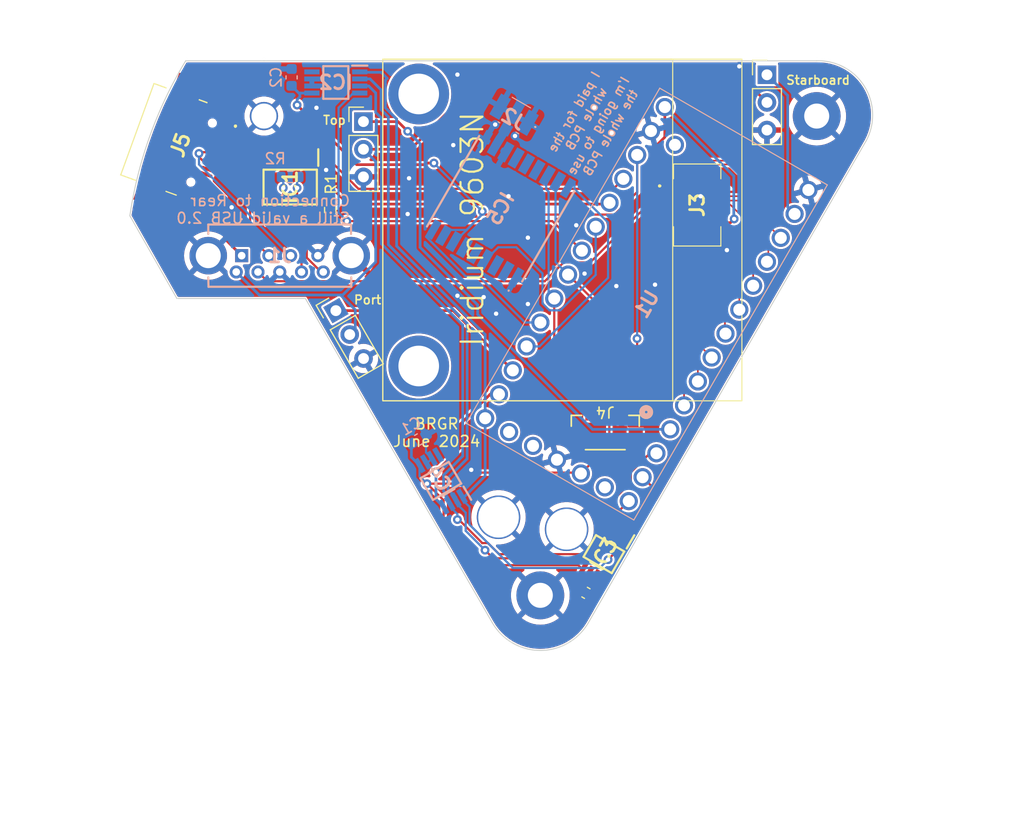
<source format=kicad_pcb>
(kicad_pcb (version 20221018) (generator pcbnew)
  (layers (0 "F.Cu" signal) (31 "B.Cu" signal) (34 "B.Paste" user) (35 "F.Paste" user) (36 "B.SilkS" user "B.Silkscreen") (37 "F.SilkS" user "F.Silkscreen") (38 "B.Mask" user) (39 "F.Mask" user) (44 "Edge.Cuts" user))
  (net 0 "")
  (net 1 "GND")
  (net 2 "+3.3V")
  (net 3 "/CTX")
  (net 4 "/CRX")
  (net 6 "/CAN-L")
  (net 7 "/CAN-H")
  (net 8 "Net-(IC1-RS)")
  (net 9 "/SCK")
  (net 10 "/MOSI")
  (net 11 "/MISO")
  (net 12 "/TopCS")
  (net 14 "/PortCS")
  (net 16 "/StarboardCS")
  (net 18 "/AV USB D+")
  (net 19 "/AV USB D-")
  (net 20 "+5V")
  (net 21 "VBUS")
  (net 22 "+BATT")
  (net 23 "/Iridium ON{slash}OFF")
  (net 24 "/Iridium TX")
  (net 25 "/Iridium RX")
  (net 26 "/DCD")
  (net 27 "/DSR")
  (net 28 "/CTS")
  (net 30 "/RTS")
  (net 31 "/DTR")
  (net 36 "/SCL0")
  (net 37 "/SDA0")
  (net 42 "/PortServo")
  (net 43 "/StarboardServo")
  (net 44 "/TopServo")
  (net 48 "/GPS Safeboot")
  (net 49 "/GPS PPS")
  (net 51 "/GPS Reset")
  (net 56 "Net-(IC5-RF_IN)")
  (footprint "MountingHole:MountingHole_2.2mm_M2_Pad_TopBottom" (layer "F.Cu") (at 127 145.644)
    (fp_text reference "H2" hide)
    (fp_text value "MountingHole_Pad" hide)
  )
  (footprint "SamacSys_Parts:SOP65P490X110-8N" (layer "F.Cu") (at 132.842 141.859 -120)
    (fp_text reference "IC3")
    (fp_text value "TMAG5170A2QDGKR" hide)
  )
  (footprint "Capacitor_SMD:C_0603_1608Metric" (layer "F.Cu") (at 131.191 145.415 150)
    (fp_text reference "C3" hide)
    (fp_text value "0.1u")
  )
  (footprint "Connector_PinHeader_2.54mm:PinHeader_1x03_P2.54mm_Vertical" (layer "F.Cu") (at 110.744 102.108)
    (fp_text reference "Top")
    (fp_text value "Conn_01x03_Pin")
  )
  (footprint "MountingHole:MountingHole_2.2mm_M2_Pad_TopBottom" (layer "F.Cu") (at 152.4 101.6)
    (fp_text reference "H3" hide)
    (fp_text value "MountingHole_Pad" hide)
  )
  (footprint "SamacSys_Parts:CONN4_BM04B-SRSS_JST" (layer "F.Cu") (at 132.969 130.683 180)
    (fp_text reference "J4")
    (fp_text value "BM04B-SRSS-TB")
  )
  (footprint "Resistor_SMD:R_0603_1608Metric" (layer "F.Cu") (at 107.696 110.236 90)
    (fp_text reference "R1")
    (fp_text value "10k")
  )
  (footprint "Iridium9603N:SS410350LDKTR" (layer "F.Cu") (at 141.414 109.558 90)
    (fp_text reference "J3")
    (fp_text value "SS4-10-3.00-L-D-K-TR" hide)
  )
  (footprint "" (layer "F.Cu") (at 123.159471 138.470334)
    (fp_text reference "")
    (fp_text value "")
  )
  (footprint "" (layer "F.Cu") (at 129.413 139.573)
    (fp_text reference "")
    (fp_text value "")
  )
  (footprint "Connector_PinHeader_2.54mm:PinHeader_1x03_P2.54mm_Vertical" (layer "F.Cu") (at 108.2115 119.479286 30)
    (fp_text reference "Port")
    (fp_text value "Conn_01x03_Pin")
  )
  (footprint "Connector_PinHeader_2.54mm:PinHeader_1x03_P2.54mm_Vertical" (layer "F.Cu") (at 147.828 97.805)
    (fp_text reference "Starboard")
    (fp_text value "Conn_01x03_Pin")
  )
  (footprint "SamacSys_Parts:SOIC127P600X175-8N" (layer "F.Cu") (at 104.013 108.122 -90)
    (fp_text reference "IC1")
    (fp_text value "SN65HVD230MDREP" hide)
  )
  (footprint "SamacSys_Parts:USB4110GFA" (layer "F.Cu") (at 93.4212 104.0638 -110)
    (fp_text reference "J5")
    (fp_text value "USB4110-GF-A" hide)
  )
  (footprint "MountingHole:MountingHole_2.2mm_M2_Pad_TopBottom" (layer "F.Cu") (at 101.6 101.6)
    (fp_text reference "H1" hide)
    (fp_text value "MountingHole_Pad" hide)
  )
  (footprint "Capacitor_SMD:C_0603_1608Metric" (layer "B.Cu") (at 104.14 98.044 -90)
    (fp_text reference "C2")
    (fp_text value "0.1u")
  )
  (footprint "SamacSys_Parts:SOP65P490X110-8N" (layer "B.Cu") (at 117.856 135.128 120)
    (fp_text reference "IC4")
    (fp_text value "TMAG5170A2QDGKR" hide)
  )
  (footprint "SamacSys_Parts:TEENSY40" (layer "B.Cu") (at 151.638 108.39125 -120)
    (fp_text reference "U1")
    (fp_text value "Teensy4.0" hide)
  )
  (footprint "Resistor_SMD:R_0603_1608Metric" (layer "B.Cu") (at 104.013 107.188 180)
    (fp_text reference "R2")
    (fp_text value "120")
  )
  (footprint "SamacSys_Parts:SOP65P490X110-8N" (layer "B.Cu") (at 108.204 98.511 180)
    (fp_text reference "IC2")
    (fp_text value "TMAG5170A2QDGKR" hide)
  )
  (footprint "SamacSys_Parts:MAXM10S00B" (layer "B.Cu") (at 123.355256 110.115621 -120)
    (fp_text reference "IC5")
    (fp_text value "MAX-M10S-00B" hide)
  )
  (footprint "SamacSys_Parts:SS52000004" (layer "B.Cu") (at 99.553 114.427)
    (fp_text reference "J1")
    (fp_text value "SS-52000-004" hide)
  )
  (footprint "SamacSys_Parts:UFLRSMT10" (layer "B.Cu") (at 124.587 101.473 150)
    (fp_text reference "J2")
    (fp_text value "U.FL-R-SMT_10_" hide)
  )
  (footprint "Capacitor_SMD:C_0603_1608Metric" (layer "B.Cu") (at 115.824 131.318 -150)
    (fp_text reference "C1")
    (fp_text value "0.1u")
  )
  (gr_arc (start 89.280306 110.762566) (mid 91.132011 103.384019) (end 94.411801 96.52) (stroke (width 0.1)) (layer "Edge.Cuts"))
  (gr_line (start 101.6 96.52) (end 152.4 96.52) (stroke (width 0.1)) (layer "Edge.Cuts"))
  (gr_line (start 122.567105 148.124698) (end 105.41 118.364) (stroke (width 0.1)) (layer "Edge.Cuts"))
  (gr_arc (start 131.393887 148.19314) (mid 126.960739 150.706992) (end 122.567105 148.124698) (stroke (width 0.1)) (layer "Edge.Cuts"))
  (gr_arc (start 152.4 96.52) (mid 156.794139 98.884272) (end 156.94369 103.871845) (stroke (width 0.1)) (layer "Edge.Cuts"))
  (gr_line (start 131.393888 148.19314) (end 156.94369 103.871845) (stroke (width 0.1)) (layer "Edge.Cuts"))
  (gr_line (start 101.6 96.52) (end 94.411801 96.52) (stroke (width 0.1)) (layer "Edge.Cuts"))
  (gr_line (start 89.280306 110.762566) (end 93.599 118.364) (stroke (width 0.1)) (layer "Edge.Cuts"))
  (gr_line (start 93.599 118.364) (end 105.41 118.364) (stroke (width 0.1)) (layer "Edge.Cuts"))
  (gr_text "I paid for the\nwhole PCB\nI'm going to use\nthe whole PCB\n" (at 133.858 103.378 60) (layer "B.SilkS") (effects (font (size 0.8 0.8)) (justify bottom mirror)))
  (gr_text "Connection to Rear\nStill a valid USB 2.0" (at 109.603 111.567) (layer "B.SilkS") (effects (font (size 1 1)) (justify left bottom mirror)))
  (gr_text "BRGR\nJune 2024" (at 117.475 132.08) (layer "F.SilkS") (effects (font (size 1 1)) (justify bottom)))
  (segment (start 138.399 110.962) (end 137.975 110.538) (width 0.2) (layer "F.Cu") (net 1))
  (segment (start 131.698458 143.601756) (end 132.023458 143.926756) (width 0.2) (layer "F.Cu") (net 1))
  (segment (start 142.517 108.562) (end 142.494 108.585) (width 0.2) (layer "F.Cu") (net 1))
  (segment (start 131.816519 144.838672) (end 131.826 144.848153) (width 0.15) (layer "F.Cu") (net 1))
  (segment (start 140.028 110.162) (end 140.081 110.109) (width 0.2) (layer "F.Cu") (net 1))
  (segment (start 139.759 110.962) (end 140.208 111.411) (width 0.2) (layer "F.Cu") (net 1))
  (segment (start 131.460542 143.601756) (end 131.698458 143.601756) (width 0.2) (layer "F.Cu") (net 1))
  (segment (start 139.079 110.962) (end 139.759 110.962) (width 0.2) (layer "F.Cu") (net 1))
  (segment (start 139.079 110.162) (end 140.028 110.162) (width 0.2) (layer "F.Cu") (net 1))
  (segment (start 137.975 110.162) (end 139.079 110.162) (width 0.2) (layer "F.Cu") (net 1))
  (segment (start 140.081 107.84) (end 140.081 107.569) (width 0.2) (layer "F.Cu") (net 1))
  (segment (start 143.749 108.562) (end 142.517 108.562) (width 0.2) (layer "F.Cu") (net 1))
  (segment (start 139.079 108.162) (end 139.759 108.162) (width 0.2) (layer "F.Cu") (net 1))
  (segment (start 143.749 108.562) (end 145.057 108.562) (width 0.2) (layer "F.Cu") (net 1))
  (segment (start 131.816519 144.133695) (end 131.816519 144.838672) (width 0.15) (layer "F.Cu") (net 1))
  (segment (start 139.079 110.962) (end 138.399 110.962) (width 0.2) (layer "F.Cu") (net 1))
  (segment (start 142.748 111.283) (end 142.748 111.76) (width 0.2) (layer "F.Cu") (net 1))
  (segment (start 137.975 110.538) (end 137.975 110.162) (width 0.2) (layer "F.Cu") (net 1))
  (segment (start 139.759 108.162) (end 140.081 107.84) (width 0.2) (layer "F.Cu") (net 1))
  (segment (start 140.208 111.411) (end 140.208 111.506) (width 0.2) (layer "F.Cu") (net 1))
  (segment (start 131.826 144.848153) (end 131.826 145.76633) (width 0.15) (layer "F.Cu") (net 1))
  (segment (start 143.069 110.962) (end 142.748 111.283) (width 0.2) (layer "F.Cu") (net 1))
  (segment (start 139.079 108.162) (end 138.007 108.162) (width 0.2) (layer "F.Cu") (net 1))
  (segment (start 143.749 110.962) (end 143.069 110.962) (width 0.2) (layer "F.Cu") (net 1))
  (segment (start 145.057 108.562) (end 145.161 108.458) (width 0.2) (layer "F.Cu") (net 1))
  (via (at 131.064 116.078) (size 0.8) (drill 0.4) (layers "F.Cu" "B.Cu") (net 1))
  (via (at 114.808 110.602) (size 0.8) (drill 0.4) (layers "F.Cu" "B.Cu") (net 1))
  (via (at 118.999 104.267) (size 0.8) (drill 0.4) (layers "F.Cu" "B.Cu") (net 1))
  (via (at 144.145 113.919) (size 0.8) (drill 0.4) (layers "F.Cu" "B.Cu") (net 1))
  (via (at 130.302 111.633) (size 0.8) (drill 0.4) (layers "F.Cu" "B.Cu") (net 1))
  (via (at 145.288 97.028) (size 0.8) (drill 0.4) (layers "F.Cu" "B.Cu") (net 1))
  (via (at 131.953 100.8126) (size 0.8) (drill 0.4) (layers "F.Cu" "B.Cu") (net 1))
  (via (at 124.079 108.966) (size 0.8) (drill 0.4) (layers "F.Cu" "B.Cu") (net 1))
  (via (at 120.65 134.112) (size 0.8) (drill 0.4) (layers "F.Cu" "B.Cu") (net 1))
  (via (at 106.426 100.838) (size 0.8) (drill 0.4) (layers "F.Cu" "B.Cu") (net 1))
  (via (at 122.852673 102.376941) (size 0.8) (drill 0.4) (layers "F.Cu" "B.Cu") (net 1))
  (via (at 133.985 117.221) (size 0.8) (drill 0.4) (layers "F.Cu" "B.Cu") (net 1))
  (via (at 114.935 107.315) (size 0.8) (drill 0.4) (layers "F.Cu" "B.Cu") (net 1))
  (via (at 121.793 118.237) (size 0.8) (drill 0.4) (layers "F.Cu" "B.Cu") (net 1))
  (via (at 137.541 117.094) (size 0.8) (drill 0.4) (layers "F.Cu" "B.Cu") (net 1))
  (via (at 119.38 118.11) (size 0.8) (drill 0.4) (layers "F.Cu" "B.Cu") (net 1))
  (via (at 124.671327 103.426943) (size 0.8) (drill 0.4) (layers "F.Cu" "B.Cu") (net 1))
  (via (at 133.5532 103.1494) (size 0.8) (drill 0.4) (layers "F.Cu" "B.Cu") (net 1))
  (via (at 125.857 112.776) (size 0.8) (drill 0.4) (layers "F.Cu" "B.Cu") (net 1))
  (via (at 98.632 109.982) (size 0.8) (drill 0.4) (layers "F.Cu" "B.Cu") (net 1))
  (via (at 122.936 119.761) (size 0.8) (drill 0.4) (layers "F.Cu" "B.Cu") (net 1))
  (via (at 141.732 108.966) (size 0.8) (drill 0.4) (layers "F.Cu" "B.Cu") (net 1))
  (via (at 119.38 97.79) (size 0.8) (drill 0.4) (layers "F.Cu" "B.Cu") (net 1))
  (via (at 125.857 118.872) (size 0.8) (drill 0.4) (layers "F.Cu" "B.Cu") (net 1))
  (via (at 107.315 106.553) (size 0.8) (drill 0.4) (layers "F.Cu" "B.Cu") (net 1))
  (segment (start 116.474542 133.385244) (end 116.712458 133.385244) (width 0.2) (layer "B.Cu") (net 1))
  (segment (start 116.49517 132.517956) (end 116.49517 130.9305) (width 0.2) (layer "B.Cu") (net 1))
  (segment (start 117.037458 133.060244) (end 116.49517 132.517956) (width 0.2) (layer "B.Cu") (net 1))
  (segment (start 116.712458 133.385244) (end 117.037458 133.060244) (width 0.2) (layer "B.Cu") (net 1))
  (segment (start 135.899773 108.575227) (end 135.899773 105.170659) (width 0.2) (layer "F.Cu") (net 2))
  (segment (start 130.51983 143.654551) (end 130.897625 143.276756) (width 0.2) (layer "F.Cu") (net 2))
  (segment (start 135.899773 125.765126) (end 135.899773 122.056773) (width 0.2) (layer "F.Cu") (net 2))
  (segment (start 102.616 103.251) (end 107.315 103.251) (width 0.25) (layer "F.Cu") (net 2))
  (segment (start 122.301 142.875) (end 130.495869 142.875) (width 0.2) (layer "F.Cu") (net 2))
  (segment (start 117.221 105.918) (end 116.626 105.918) (width 0.25) (layer "F.Cu") (net 2))
  (segment (start 130.728591 135.119302) (end 130.728591 134.447409) (width 0.2) (layer "F.Cu") (net 2))
  (segment (start 118.11 136.906) (end 118.11 138.684) (width 0.2) (layer "F.Cu") (net 2))
  (segment (start 110.127 106.063) (end 107.315 103.251) (width 0.25) (layer "F.Cu") (net 2))
  (segment (start 103.378 105.8475) (end 102.778 106.4475) (width 0.25) (layer "F.Cu") (net 2))
  (segment (start 116.626 105.918) (end 116.481 106.063) (width 0.25) (layer "F.Cu") (net 2))
  (segment (start 133.822432 110.652568) (end 135.899773 108.575227) (width 0.2) (layer "F.Cu") (net 2))
  (segment (start 133.341999 131.834001) (end 133.341999 129.181799) (width 0.2) (layer "F.Cu") (net 2))
  (segment (start 130.728591 134.447409) (end 133.341999 131.834001) (width 0.2) (layer "F.Cu") (net 2))
  (segment (start 121.955568 110.652568) (end 133.822432 110.652568) (width 0.2) (layer "F.Cu") (net 2))
  (segment (start 130.51983 145.0275) (end 130.51983 143.654551) (width 0.2) (layer "F.Cu") (net 2))
  (segment (start 121.315239 134.366) (end 120.299239 135.382) (width 0.2) (layer "F.Cu") (net 2))
  (segment (start 116.586 135.382) (end 116.713 135.382) (width 0.2) (layer "F.Cu") (net 2))
  (segment (start 133.468999 128.1959) (end 133.468999 128.800799) (width 0.2) (layer "F.Cu") (net 2))
  (segment (start 130.647182 134.366) (end 121.315239 134.366) (width 0.2) (layer "F.Cu") (net 2))
  (segment (start 120.299239 135.382) (end 116.586 135.382) (width 0.2) (layer "F.Cu") (net 2))
  (segment (start 116.481 106.063) (end 110.127 106.063) (width 0.25) (layer "F.Cu") (net 2))
  (segment (start 102.778 106.4475) (end 101.508 106.4475) (width 0.25) (layer "F.Cu") (net 2))
  (segment (start 103.378 105.41) (end 103.378 105.8475) (width 0.25) (layer "F.Cu") (net 2))
  (segment (start 101.508 104.359) (end 102.616 103.251) (width 0.25) (layer "F.Cu") (net 2))
  (segment (start 101.508 106.4475) (end 101.508 104.359) (width 0.25) (layer "F.Cu") (net 2))
  (segment (start 135.899773 125.765126) (end 133.468999 128.1959) (width 0.2) (layer "F.Cu") (net 2))
  (segment (start 118.11 138.684) (end 122.301 142.875) (width 0.2) (layer "F.Cu") (net 2))
  (segment (start 130.495869 142.875) (end 130.897625 143.276756) (width 0.2) (layer "F.Cu") (net 2))
  (segment (start 116.586 135.382) (end 118.11 136.906) (width 0.2) (layer "F.Cu") (net 2))
  (segment (start 130.728591 134.447409) (end 130.647182 134.366) (width 0.2) (layer "F.Cu") (net 2))
  (segment (start 121.666 110.363) (end 121.955568 110.652568) (width 0.2) (layer "F.Cu") (net 2))
  (segment (start 107.315 103.251) (end 104.648 100.584) (width 0.25) (layer "F.Cu") (net 2))
  (segment (start 135.899773 122.056773) (end 135.89 122.047) (width 0.2) (layer "F.Cu") (net 2))
  (via (at 104.648 100.584) (size 0.8) (drill 0.4) (layers "F.Cu" "B.Cu") (net 2))
  (via (at 116.586 135.382) (size 0.8) (drill 0.4) (layers "F.Cu" "B.Cu") (net 2))
  (via (at 117.221 105.918) (size 0.8) (drill 0.4) (layers "F.Cu" "B.Cu") (net 2))
  (via (at 135.89 122.047) (size 0.8) (drill 0.4) (layers "F.Cu" "B.Cu") (net 2))
  (via (at 121.666 110.363) (size 0.8) (drill 0.4) (layers "F.Cu" "B.Cu") (net 2))
  (segment (start 104.902 99.527) (end 104.848 99.527) (width 0.25) (layer "B.Cu") (net 2))
  (segment (start 119.671744 112.614621) (end 121.477183 110.809183) (width 0.2) (layer "B.Cu") (net 2))
  (segment (start 121.666 110.620366) (end 121.666 110.363) (width 0.2) (layer "B.Cu") (net 2))
  (segment (start 118.719116 112.064621) (end 120.221745 112.064621) (width 0.2) (layer "B.Cu") (net 2))
  (segment (start 121.666 110.363) (end 117.221 105.918) (width 0.2) (layer "B.Cu") (net 2))
  (segment (start 104.648 100.584) (end 104.648 100.076) (width 0.25) (layer "B.Cu") (net 2))
  (segment (start 115.897019 134.693019) (end 115.897019 133.724849) (width 0.2) (layer "B.Cu") (net 2))
  (segment (start 135.263236 105.170659) (end 135.899773 105.170659) (width 0.25) (layer "B.Cu") (net 2))
  (segment (start 120.221745 112.064621) (end 121.477183 110.809183) (width 0.2) (layer "B.Cu") (net 2))
  (segment (start 104.648 100.076) (end 104.902 99.822) (width 0.25) (layer "B.Cu") (net 2))
  (segment (start 104.943 99.486) (end 106.004 99.486) (width 0.25) (layer "B.Cu") (net 2))
  (segment (start 135.89 122.047) (end 135.899773 122.037227) (width 0.2) (layer "B.Cu") (net 2))
  (segment (start 104.848 99.527) (end 104.14 98.819) (width 0.25) (layer "B.Cu") (net 2))
  (segment (start 115.15283 131.7055) (end 115.15283 132.951449) (width 0.25) (layer "B.Cu") (net 2))
  (segment (start 121.477183 110.809183) (end 121.666 110.620366) (width 0.2) (layer "B.Cu") (net 2))
  (segment (start 115.15283 132.951449) (end 115.911625 133.710244) (width 0.25) (layer "B.Cu") (net 2))
  (segment (start 135.899773 122.037227) (end 135.899773 105.170659) (width 0.2) (layer "B.Cu") (net 2))
  (segment (start 116.586 135.382) (end 115.897019 134.693019) (width 0.2) (layer "B.Cu") (net 2))
  (segment (start 104.902 99.527) (end 104.943 99.486) (width 0.25) (layer "B.Cu") (net 2))
  (segment (start 104.902 99.822) (end 104.902 99.527) (width 0.25) (layer "B.Cu") (net 2))
  (segment (start 105.918 106.314) (end 105.918 105.41) (width 0.2) (layer "F.Cu") (net 3))
  (segment (start 109.292 109.688) (end 133.241841 109.688) (width 0.25) (layer "F.Cu") (net 3))
  (segment (start 109.174068 109.570068) (end 105.918 106.314) (width 0.2) (layer "F.Cu") (net 3))
  (segment (start 109.174068 109.570068) (end 109.292 109.688) (width 0.25) (layer "F.Cu") (net 3))
  (segment (start 133.241841 109.688) (end 133.359773 109.570068) (width 0.25) (layer "F.Cu") (net 3))
  (segment (start 102.87 103.886) (end 102.108 104.648) (width 0.2) (layer "F.Cu") (net 4))
  (segment (start 110.288365 108.288) (end 107.95 105.949635) (width 0.2) (layer "F.Cu") (net 4))
  (segment (start 102.108 104.648) (end 102.108 105.41) (width 0.2) (layer "F.Cu") (net 4))
  (segment (start 106.934 103.886) (end 102.87 103.886) (width 0.2) (layer "F.Cu") (net 4))
  (segment (start 107.95 105.949635) (end 107.95 104.902) (width 0.2) (layer "F.Cu") (net 4))
  (segment (start 133.712137 108.288) (end 110.288365 108.288) (width 0.2) (layer "F.Cu") (net 4))
  (segment (start 107.95 104.902) (end 106.934 103.886) (width 0.2) (layer "F.Cu") (net 4))
  (segment (start 134.629773 107.370364) (end 133.712137 108.288) (width 0.2) (layer "F.Cu") (net 4))
  (segment (start 105.053 115.927) (end 105.053 114.07) (width 0.2) (layer "F.Cu") (net 6))
  (segment (start 105.053 114.07) (end 103.378 112.395) (width 0.2) (layer "F.Cu") (net 6))
  (segment (start 103.378 112.395) (end 103.378 110.834) (width 0.2) (layer "F.Cu") (net 6))
  (segment (start 103.378 110.834) (end 103.378 108.204) (width 0.2) (layer "F.Cu") (net 6))
  (via (at 103.378 108.204) (size 0.8) (drill 0.4) (layers "F.Cu" "B.Cu") (net 6))
  (segment (start 103.378 107.378) (end 103.188 107.188) (width 0.2) (layer "B.Cu") (net 6))
  (segment (start 103.378 108.204) (end 103.378 107.378) (width 0.2) (layer "B.Cu") (net 6))
  (segment (start 103.569 108.395) (end 103.378 108.204) (width 0.2) (layer "B.Cu") (net 6))
  (segment (start 104.648 111.506) (end 104.648 110.834) (width 0.2) (layer "F.Cu") (net 7))
  (segment (start 105.537 112.395) (end 104.648 111.506) (width 0.2) (layer "F.Cu") (net 7))
  (segment (start 107.053 115.927) (end 106.850918 115.927) (width 0.2) (layer "F.Cu") (net 7))
  (segment (start 105.537 114.613082) (end 105.537 112.395) (width 0.2) (layer "F.Cu") (net 7))
  (segment (start 104.648 110.834) (end 104.648 108.204) (width 0.2) (layer "F.Cu") (net 7))
  (segment (start 106.850918 115.927) (end 105.537 114.613082) (width 0.2) (layer "F.Cu") (net 7))
  (via (at 104.648 108.204) (size 0.8) (drill 0.4) (layers "F.Cu" "B.Cu") (net 7))
  (segment (start 104.648 107.378) (end 104.838 107.188) (width 0.2) (layer "B.Cu") (net 7))
  (segment (start 104.648 108.204) (end 104.648 107.378) (width 0.2) (layer "B.Cu") (net 7))
  (segment (start 107.469 110.834) (end 107.696 111.061) (width 0.2) (layer "F.Cu") (net 8))
  (segment (start 107.696 111.061) (end 107.424 111.061) (width 0.25) (layer "F.Cu") (net 8))
  (segment (start 105.918 110.834) (end 107.469 110.834) (width 0.2) (layer "F.Cu") (net 8))
  (segment (start 134.786375 140.803625) (end 134.786375 140.441244) (width 0.2) (layer "F.Cu") (net 9))
  (segment (start 133.223 142.367) (end 134.786375 140.803625) (width 0.2) (layer "F.Cu") (net 9))
  (via (at 133.223 142.367) (size 0.8) (drill 0.4) (layers "F.Cu" "B.Cu") (net 9))
  (segment (start 120.492 137.51) (end 119.81498 136.83298) (width 0.2) (layer "B.Cu") (net 9))
  (segment (start 121.929773 121.675773) (end 113.792 113.538) (width 0.25) (layer "B.Cu") (net 9))
  (segment (start 133.223 142.367) (end 132.461 143.129) (width 0.2) (layer "B.Cu") (net 9))
  (segment (start 112.925217 98.132217) (end 112.37 97.577) (width 0.25) (layer "B.Cu") (net 9))
  (segment (start 120.492 139.145761) (end 120.492 137.51) (width 0.2) (layer "B.Cu") (net 9))
  (segment (start 124.475239 143.129) (end 120.492 139.145761) (width 0.2) (layer "B.Cu") (net 9))
  (segment (start 121.929773 134.670358) (end 120.054375 136.545756) (width 0.25) (layer "B.Cu") (net 9))
  (segment (start 112.37 97.577) (end 110.483604 97.577) (width 0.25) (layer "B.Cu") (net 9))
  (segment (start 113.792 113.538) (end 113.792 101.870565) (width 0.25) (layer "B.Cu") (net 9))
  (segment (start 121.929773 129.367409) (end 121.929773 121.675773) (width 0.25) (layer "B.Cu") (net 9))
  (segment (start 121.929773 129.367409) (end 121.929773 134.670358) (width 0.25) (layer "B.Cu") (net 9))
  (segment (start 112.759 100.837565) (end 112.759 98.298435) (width 0.25) (layer "B.Cu") (net 9))
  (segment (start 113.792 101.870565) (end 112.759 100.837565) (width 0.25) (layer "B.Cu") (net 9))
  (segment (start 132.461 143.129) (end 124.475239 143.129) (width 0.2) (layer "B.Cu") (net 9))
  (segment (start 112.759 98.298435) (end 112.925217 98.132217) (width 0.25) (layer "B.Cu") (net 9))
  (segment (start 119.81498 136.83298) (end 119.81498 136.53115) (width 0.2) (layer "B.Cu") (net 9))
  (segment (start 132.207 142.24) (end 134.223458 140.223542) (width 0.2) (layer "F.Cu") (net 10))
  (segment (start 137.16 135.549704) (end 137.16 136.906) (width 0.2) (layer "F.Cu") (net 10))
  (segment (start 134.208852 139.857148) (end 134.208852 140.101639) (width 0.2) (layer "F.Cu") (net 10))
  (segment (start 122.667 142.24) (end 132.207 142.24) (width 0.2) (layer "F.Cu") (net 10))
  (segment (start 137.16 136.906) (end 134.208852 139.857148) (width 0.2) (layer "F.Cu") (net 10))
  (segment (start 121.92 141.493) (end 122.667 142.24) (width 0.2) (layer "F.Cu") (net 10))
  (segment (start 136.398 134.787704) (end 137.16 135.549704) (width 0.2) (layer "F.Cu") (net 10))
  (segment (start 134.223458 140.223542) (end 134.223458 140.116244) (width 0.2) (layer "F.Cu") (net 10))
  (via (at 121.92 141.493) (size 0.8) (drill 0.4) (layers "F.Cu" "B.Cu") (net 10))
  (segment (start 112.359 101.00325) (end 112.359 99.191) (width 0.25) (layer "B.Cu") (net 10))
  (segment (start 118.51 135.909) (end 118.51 134.855) (width 0.25) (layer "B.Cu") (net 10))
  (segment (start 120.269 133.096) (end 120.269 120.65) (width 0.25) (layer "B.Cu") (net 10))
  (segment (start 120.269 120.65) (end 113.03 113.411) (width 0.25) (layer "B.Cu") (net 10))
  (segment (start 120.142 139.715) (end 120.142 138.049) (width 0.2) (layer "B.Cu") (net 10))
  (segment (start 112.359 99.191) (end 111.354 98.186) (width 0.25) (layer "B.Cu") (net 10))
  (segment (start 119.237458 136.636458) (end 118.51 135.909) (width 0.25) (layer "B.Cu") (net 10))
  (segment (start 119.237458 136.870756) (end 119.237458 136.636458) (width 0.25) (layer "B.Cu") (net 10))
  (segment (start 119.237458 137.017458) (end 119.237458 136.870756) (width 0.25) (layer "B.Cu") (net 10))
  (segment (start 121.92 141.493) (end 120.142 139.715) (width 0.2) (layer "B.Cu") (net 10))
  (segment (start 120.142 138.049) (end 119.222852 137.129852) (width 0.2) (layer "B.Cu") (net 10))
  (segment (start 118.51 134.855) (end 120.269 133.096) (width 0.25) (layer "B.Cu") (net 10))
  (segment (start 111.354 98.186) (end 110.404 98.186) (width 0.25) (layer "B.Cu") (net 10))
  (segment (start 113.03 101.674251) (end 112.359 101.00325) (width 0.25) (layer "B.Cu") (net 10))
  (segment (start 119.222852 137.129852) (end 119.222852 136.885361) (width 0.2) (layer "B.Cu") (net 10))
  (segment (start 113.03 113.411) (end 113.03 101.674251) (width 0.25) (layer "B.Cu") (net 10))
  (segment (start 134.112 139.339786) (end 133.660542 139.791244) (width 0.2) (layer "F.Cu") (net 11))
  (segment (start 119.507 138.684) (end 121.650761 140.827761) (width 0.2) (layer "F.Cu") (net 11))
  (segment (start 133.660542 139.897458) (end 133.660542 139.791244) (width 0.2) (layer "F.Cu") (net 11))
  (segment (start 122.189239 140.843) (end 123.205239 141.859) (width 0.2) (layer "F.Cu") (net 11))
  (segment (start 134.112 138.003409) (end 134.112 139.339786) (width 0.2) (layer "F.Cu") (net 11))
  (segment (start 121.650761 140.843) (end 122.189239 140.843) (width 0.2) (layer "F.Cu") (net 11))
  (segment (start 135.128 136.987409) (end 134.112 138.003409) (width 0.2) (layer "F.Cu") (net 11))
  (segment (start 119.38 138.684) (end 119.507 138.684) (width 0.2) (layer "F.Cu") (net 11))
  (segment (start 123.205239 141.859) (end 131.699 141.859) (width 0.2) (layer "F.Cu") (net 11))
  (segment (start 131.699 141.859) (end 133.660542 139.897458) (width 0.2) (layer "F.Cu") (net 11))
  (segment (start 121.650761 140.827761) (end 121.650761 140.843) (width 0.2) (layer "F.Cu") (net 11))
  (via (at 119.38 138.684) (size 0.8) (drill 0.4) (layers "F.Cu" "B.Cu") (net 11))
  (segment (start 118.11 136.074686) (end 118.11 134.601) (width 0.25) (layer "B.Cu") (net 11))
  (segment (start 119.38 138.176) (end 118.906481 137.702481) (width 0.2) (layer "B.Cu") (net 11))
  (segment (start 118.11 134.601) (end 119.869 132.842) (width 0.25) (layer "B.Cu") (net 11))
  (segment (start 119.38 138.684) (end 119.38 138.176) (width 0.2) (layer "B.Cu") (net 11))
  (segment (start 112.395 113.341686) (end 112.395 101.777) (width 0.25) (layer "B.Cu") (net 11))
  (segment (start 119.869 132.842) (end 119.869 120.815686) (width 0.25) (layer "B.Cu") (net 11))
  (segment (start 118.872 137.668) (end 118.872 137.457782) (width 0.25) (layer "B.Cu") (net 11))
  (segment (start 111.869 101.251) (end 111.869 99.476) (width 0.25) (layer "B.Cu") (net 11))
  (segment (start 111.229 98.836) (end 110.404 98.836) (width 0.25) (layer "B.Cu") (net 11))
  (segment (start 111.869 99.476) (end 111.229 98.836) (width 0.25) (layer "B.Cu") (net 11))
  (segment (start 118.674542 137.195756) (end 118.364 136.885214) (width 0.25) (layer "B.Cu") (net 11))
  (segment (start 118.872 137.457782) (end 118.642258 137.22804) (width 0.25) (layer "B.Cu") (net 11))
  (segment (start 118.364 136.885214) (end 118.364 136.328686) (width 0.25) (layer "B.Cu") (net 11))
  (segment (start 118.906481 137.702481) (end 118.906481 137.398484) (width 0.2) (layer "B.Cu") (net 11))
  (segment (start 119.869 120.815686) (end 112.395 113.341686) (width 0.25) (layer "B.Cu") (net 11))
  (segment (start 112.395 101.777) (end 111.869 101.251) (width 0.25) (layer "B.Cu") (net 11))
  (segment (start 118.364 136.328686) (end 118.11 136.074686) (width 0.25) (layer "B.Cu") (net 11))
  (segment (start 128.102296 111.252) (end 109.22 111.252) (width 0.2) (layer "F.Cu") (net 12))
  (segment (start 130.819773 113.969477) (end 128.102296 111.252) (width 0.2) (layer "F.Cu") (net 12))
  (via (at 109.22 111.252) (size 0.8) (drill 0.4) (layers "F.Cu" "B.Cu") (net 12))
  (segment (start 109.22 111.252) (end 108.458 110.49) (width 0.2) (layer "B.Cu") (net 12))
  (segment (start 130.819773 113.969477) (end 130.479477 113.969477) (width 0.25) (layer "B.Cu") (net 12))
  (segment (start 108.458 110.49) (end 108.458 100.838) (width 0.2) (layer "B.Cu") (net 12))
  (segment (start 108.458 100.838) (end 109.81 99.486) (width 0.2) (layer "B.Cu") (net 12))
  (segment (start 109.81 99.486) (end 110.404 99.486) (width 0.2) (layer "B.Cu") (net 12))
  (segment (start 135.3155 135.236091) (end 135.3155 134.339317) (width 0.2) (layer "F.Cu") (net 14))
  (segment (start 133.097625 137.486897) (end 135.331966 135.252556) (width 0.2) (layer "F.Cu") (net 14))
  (segment (start 133.097625 139.466244) (end 133.097625 137.486897) (width 0.2) (layer "F.Cu") (net 14))
  (segment (start 135.331966 135.252556) (end 135.3155 135.236091) (width 0.2) (layer "F.Cu") (net 14))
  (segment (start 137.066817 132.588) (end 137.668 132.588) (width 0.2) (layer "F.Cu") (net 14))
  (segment (start 135.3155 134.339317) (end 137.066817 132.588) (width 0.2) (layer "F.Cu") (net 14))
  (segment (start 119.634 129.921) (end 122.387296 127.167704) (width 0.25) (layer "F.Cu") (net 16))
  (segment (start 117.4115 134.3025) (end 119.634 132.08) (width 0.25) (layer "F.Cu") (net 16))
  (segment (start 119.634 132.08) (end 119.634 129.921) (width 0.25) (layer "F.Cu") (net 16))
  (segment (start 122.387296 127.167704) (end 123.199773 127.167704) (width 0.25) (layer "F.Cu") (net 16))
  (via (at 117.4115 134.3025) (size 0.8) (drill 0.4) (layers "F.Cu" "B.Cu") (net 16))
  (segment (start 117.4115 134.3025) (end 117.4115 136.820631) (width 0.25) (layer "B.Cu") (net 16))
  (segment (start 117.4115 136.820631) (end 118.111625 137.520756) (width 0.25) (layer "B.Cu") (net 16))
  (segment (start 96.962894 105.068706) (end 96.9772 105.0544) (width 0.2) (layer "F.Cu") (net 18))
  (segment (start 95.740942 104.919058) (end 96.4758 104.919058) (width 0.2) (layer "F.Cu") (net 18))
  (segment (start 95.631 105.029) (end 95.740942 104.919058) (width 0.2) (layer "F.Cu") (net 18))
  (segment (start 95.631 105.355972) (end 96.133779 105.858751) (width 0.2) (layer "F.Cu") (net 18))
  (segment (start 95.631 105.029) (end 95.631 105.355972) (width 0.2) (layer "F.Cu") (net 18))
  (segment (start 96.962894 105.086827) (end 96.962894 105.068706) (width 0.2) (layer "F.Cu") (net 18))
  (via (at 95.631 105.029) (size 0.8) (drill 0.4) (layers "F.Cu" "B.Cu") (net 18))
  (segment (start 104.013 114.427) (end 95.631 106.045) (width 0.2) (layer "B.Cu") (net 18))
  (segment (start 95.631 106.045) (end 95.631 105.029) (width 0.2) (layer "B.Cu") (net 18))
  (segment (start 98.50025 105.664) (end 98.044 104.9528) (width 0.2) (layer "F.Cu") (net 19))
  (segment (start 97.109819 104.616981) (end 97.133905 104.616981) (width 0.2) (layer "F.Cu") (net 19))
  (segment (start 98.50025 105.664) (end 97.536 105.8164) (width 0.2) (layer "F.Cu") (net 19))
  (segment (start 102.053 114.427) (end 100.33 112.704) (width 0.2) (layer "F.Cu") (net 19))
  (segment (start 97.251673 104.734749) (end 97.133905 104.616981) (width 0.2) (layer "F.Cu") (net 19))
  (segment (start 97.536 105.8164) (end 96.791884 105.556673) (width 0.2) (layer "F.Cu") (net 19))
  (segment (start 97.109819 104.616981) (end 97.0788 104.648) (width 0.2) (layer "F.Cu") (net 19))
  (segment (start 100.33 107.49375) (end 98.50025 105.664) (width 0.2) (layer "F.Cu") (net 19))
  (segment (start 100.33 112.704) (end 100.33 107.49375) (width 0.2) (layer "F.Cu") (net 19))
  (segment (start 98.044 104.9528) (end 97.133905 104.616981) (width 0.2) (layer "F.Cu") (net 19))
  (segment (start 144.813702 111.051298) (end 144.463 111.402) (width 0.25) (layer "F.Cu") (net 20))
  (segment (start 129.136091 115.051977) (end 127.411068 116.777) (width 0.2) (layer "F.Cu") (net 20))
  (segment (start 131.582023 115.051977) (end 129.136091 115.051977) (width 0.2) (layer "F.Cu") (net 20))
  (segment (start 138.289 111.402) (end 137.414 110.527) (width 0.25) (layer "F.Cu") (net 20))
  (segment (start 139.079 111.402) (end 138.289 111.402) (width 0.25) (layer "F.Cu") (net 20))
  (segment (start 127.411068 116.777) (end 101.903 116.777) (width 0.2) (layer "F.Cu") (net 20))
  (segment (start 138.439773 103.533706) (end 138.439773 100.77125) (width 0.25) (layer "F.Cu") (net 20))
  (segment (start 144.463 111.402) (end 143.749 111.402) (width 0.25) (layer "F.Cu") (net 20))
  (segment (start 137.414 109.22) (end 131.582023 115.051977) (width 0.2) (layer "F.Cu") (net 20))
  (segment (start 101.903 116.777) (end 101.053 115.927) (width 0.2) (layer "F.Cu") (net 20))
  (segment (start 137.414 104.559479) (end 138.439773 103.533706) (width 0.25) (layer "F.Cu") (net 20))
  (segment (start 137.414 110.527) (end 137.414 104.559479) (width 0.25) (layer "F.Cu") (net 20))
  (via (at 144.813702 111.051298) (size 0.8) (drill 0.4) (layers "F.Cu" "B.Cu") (net 20))
  (segment (start 144.78 111.017596) (end 144.78 107.111477) (width 0.25) (layer "B.Cu") (net 20))
  (segment (start 144.813702 111.051298) (end 144.78 111.017596) (width 0.25) (layer "B.Cu") (net 20))
  (segment (start 144.78 107.111477) (end 138.439773 100.77125) (width 0.25) (layer "B.Cu") (net 20))
  (segment (start 96.107844 107.436058) (end 95.753161 107.436058) (width 0.25) (layer "F.Cu") (net 21))
  (segment (start 97.957 109.133) (end 97.957 112.831) (width 0.25) (layer "F.Cu") (net 21))
  (segment (start 96.005238 107.717966) (end 96.541966 107.717966) (width 0.25) (layer "F.Cu") (net 21))
  (segment (start 94.488 104.14) (end 95.702466 102.925534) (width 0.25) (layer "F.Cu") (net 21))
  (segment (start 99.553 114.427) (end 99.553 114.285) (width 0.2) (layer "F.Cu") (net 21))
  (segment (start 97.957 112.831) (end 99.553 114.427) (width 0.25) (layer "F.Cu") (net 21))
  (segment (start 95.753161 107.436058) (end 94.488 106.170897) (width 0.25) (layer "F.Cu") (net 21))
  (segment (start 95.702466 102.925534) (end 97.749541 102.925534) (width 0.25) (layer "F.Cu") (net 21))
  (segment (start 96.541966 107.717966) (end 97.957 109.133) (width 0.25) (layer "F.Cu") (net 21))
  (segment (start 94.488 106.170897) (end 94.488 104.14) (width 0.25) (layer "F.Cu") (net 21))
  (segment (start 121.92 97.79) (end 145.273 97.79) (width 0.25) (layer "F.Cu") (net 22))
  (segment (start 121.92 97.79) (end 121.92 97.806565) (width 0.25) (layer "F.Cu") (net 22))
  (segment (start 121.92 97.806565) (end 115.078565 104.648) (width 0.25) (layer "F.Cu") (net 22))
  (segment (start 147.828 100.59889) (end 147.828 100.345) (width 0.25) (layer "F.Cu") (net 22))
  (segment (start 115.078565 104.648) (end 110.744 104.648) (width 0.25) (layer "F.Cu") (net 22))
  (segment (start 145.273 97.79) (end 147.828 100.345) (width 0.25) (layer "F.Cu") (net 22))
  (segment (start 108.835264 118.043164) (end 111.869 115.009428) (width 0.25) (layer "B.Cu") (net 22))
  (segment (start 101.169164 118.043164) (end 108.636532 118.043164) (width 0.25) (layer "B.Cu") (net 22))
  (segment (start 111.869 115.009428) (end 111.869 105.773) (width 0.25) (layer "B.Cu") (net 22))
  (segment (start 108.636532 118.043164) (end 108.835264 118.043164) (width 0.25) (layer "B.Cu") (net 22))
  (segment (start 109.992246 121.168245) (end 109.4815 121.678991) (width 0.25) (layer "B.Cu") (net 22))
  (segment (start 99.053 115.927) (end 101.169164 118.043164) (width 0.25) (layer "B.Cu") (net 22))
  (segment (start 109.992246 119.398878) (end 109.992246 121.168245) (width 0.25) (layer "B.Cu") (net 22))
  (segment (start 111.869 105.773) (end 110.744 104.648) (width 0.25) (layer "B.Cu") (net 22))
  (segment (start 108.636532 118.043164) (end 109.992246 119.398878) (width 0.25) (layer "B.Cu") (net 22))
  (segment (start 142.748 123.789182) (end 141.859 122.900182) (width 0.15) (layer "F.Cu") (net 23))
  (segment (start 141.859 122.900182) (end 141.859 111.549264) (width 0.15) (layer "F.Cu") (net 23))
  (segment (start 142.846264 110.562) (end 143.749 110.562) (width 0.15) (layer "F.Cu") (net 23))
  (segment (start 141.859 111.549264) (end 142.846264 110.562) (width 0.15) (layer "F.Cu") (net 23))
  (segment (start 140.97 124.587) (end 140.97 111.379) (width 0.15) (layer "F.Cu") (net 24))
  (segment (start 140.208 128.188591) (end 140.208 125.349) (width 0.15) (layer "F.Cu") (net 24))
  (segment (start 140.97 111.379) (end 140.153 110.562) (width 0.15) (layer "F.Cu") (net 24))
  (segment (start 140.208 125.349) (end 140.97 124.587) (width 0.15) (layer "F.Cu") (net 24))
  (segment (start 140.153 110.562) (end 139.079 110.562) (width 0.15) (layer "F.Cu") (net 24))
  (segment (start 141.478 111.506) (end 142.822 110.162) (width 0.15) (layer "F.Cu") (net 25))
  (segment (start 141.478 125.988886) (end 141.478 111.506) (width 0.15) (layer "F.Cu") (net 25))
  (segment (start 142.822 110.162) (end 143.749 110.162) (width 0.15) (layer "F.Cu") (net 25))
  (segment (start 143.9672 116.7384) (end 145.4912 115.2144) (width 0.15) (layer "F.Cu") (net 26))
  (segment (start 145.4912 115.2144) (end 145.4912 110.7742) (width 0.15) (layer "F.Cu") (net 26))
  (segment (start 143.9672 121.538677) (end 143.9672 116.7384) (width 0.15) (layer "F.Cu") (net 26))
  (segment (start 145.4912 110.7742) (end 144.479 109.762) (width 0.15) (layer "F.Cu") (net 26))
  (segment (start 144.479 109.762) (end 143.749 109.762) (width 0.15) (layer "F.Cu") (net 26))
  (segment (start 144.018 121.589477) (end 143.9672 121.538677) (width 0.15) (layer "F.Cu") (net 26))
  (segment (start 140.7612 108.8098) (end 140.7612 107.0158) (width 0.15) (layer "F.Cu") (net 27))
  (segment (start 144.5006 106.045) (end 147.955 109.4994) (width 0.15) (layer "F.Cu") (net 27))
  (segment (start 139.079 109.762) (end 139.809 109.762) (width 0.15) (layer "F.Cu") (net 27))
  (segment (start 147.955 114.863364) (end 147.828 114.990364) (width 0.15) (layer "F.Cu") (net 27))
  (segment (start 139.809 109.762) (end 140.7612 108.8098) (width 0.15) (layer "F.Cu") (net 27))
  (segment (start 147.955 109.4994) (end 147.955 114.863364) (width 0.15) (layer "F.Cu") (net 27))
  (segment (start 141.732 106.045) (end 144.5006 106.045) (width 0.15) (layer "F.Cu") (net 27))
  (segment (start 140.7612 107.0158) (end 141.732 106.045) (width 0.15) (layer "F.Cu") (net 27))
  (segment (start 145.923 115.3668) (end 145.923 109.9058) (width 0.15) (layer "F.Cu") (net 28))
  (segment (start 145.288 119.389773) (end 145.288 116.0018) (width 0.15) (layer "F.Cu") (net 28))
  (segment (start 145.3792 109.362) (end 143.749 109.362) (width 0.15) (layer "F.Cu") (net 28))
  (segment (start 145.288 116.0018) (end 145.923 115.3668) (width 0.15) (layer "F.Cu") (net 28))
  (segment (start 145.923 109.9058) (end 145.3792 109.362) (width 0.15) (layer "F.Cu") (net 28))
  (segment (start 146.558 109.9312) (end 145.5888 108.962) (width 0.15) (layer "F.Cu") (net 30))
  (segment (start 145.5888 108.962) (end 143.749 108.962) (width 0.15) (layer "F.Cu") (net 30))
  (segment (start 146.558 117.190068) (end 146.558 109.9312) (width 0.15) (layer "F.Cu") (net 30))
  (segment (start 141.587025 105.695) (end 140.4112 106.870825) (width 0.15) (layer "F.Cu") (net 31))
  (segment (start 140.4112 106.870825) (end 140.4112 108.3598) (width 0.15) (layer "F.Cu") (net 31))
  (segment (start 144.574864 105.695) (end 141.587025 105.695) (width 0.15) (layer "F.Cu") (net 31))
  (segment (start 149.098 112.790659) (end 148.255 111.947659) (width 0.15) (layer "F.Cu") (net 31))
  (segment (start 148.255 109.375136) (end 144.574864 105.695) (width 0.15) (layer "F.Cu") (net 31))
  (segment (start 139.809 108.962) (end 139.079 108.962) (width 0.15) (layer "F.Cu") (net 31))
  (segment (start 148.255 111.947659) (end 148.255 109.375136) (width 0.15) (layer "F.Cu") (net 31))
  (segment (start 140.4112 108.3598) (end 139.809 108.962) (width 0.15) (layer "F.Cu") (net 31))
  (segment (start 129.549773 116.169182) (end 132.342001 118.96141) (width 0.2) (layer "F.Cu") (net 36))
  (segment (start 132.342001 118.96141) (end 132.342001 129.181799) (width 0.2) (layer "F.Cu") (net 36))
  (segment (start 128.397 107.84314) (end 128.58814 107.652) (width 0.2) (layer "B.Cu") (net 36))
  (segment (start 129.549773 116.169182) (end 128.397 115.016409) (width 0.2) (layer "B.Cu") (net 36))
  (segment (start 128.397 115.016409) (end 128.397 107.84314) (width 0.2) (layer "B.Cu") (net 36))
  (segment (start 128.279773 118.368886) (end 128.279773 125.611572) (width 0.2) (layer "F.Cu") (net 37))
  (segment (start 128.279773 125.611572) (end 131.469 128.800799) (width 0.2) (layer "F.Cu") (net 37))
  (segment (start 127.762 108.555247) (end 127.54173 108.334977) (width 0.2) (layer "B.Cu") (net 37))
  (segment (start 128.232256 106.587379) (end 128.209505 106.61013) (width 0.2) (layer "B.Cu") (net 37))
  (segment (start 127.54173 107.195782) (end 127.635512 107.102) (width 0.2) (layer "B.Cu") (net 37))
  (segment (start 127.54173 108.334977) (end 127.54173 107.195782) (width 0.2) (layer "B.Cu") (net 37))
  (segment (start 127.762 117.851113) (end 127.762 108.555247) (width 0.2) (layer "B.Cu") (net 37))
  (segment (start 128.279773 118.368886) (end 127.762 117.851113) (width 0.2) (layer "B.Cu") (net 37))
  (segment (start 118.981059 119.479286) (end 124.469773 124.968) (width 0.25) (layer "F.Cu") (net 42))
  (segment (start 108.2115 119.479286) (end 118.981059 119.479286) (width 0.25) (layer "F.Cu") (net 42))
  (segment (start 150.368 110.590955) (end 149.939045 110.162) (width 0.15) (layer "F.Cu") (net 43))
  (segment (start 149.733 99.71) (end 147.828 97.805) (width 0.25) (layer "B.Cu") (net 43))
  (segment (start 150.368 110.590955) (end 149.733 109.955955) (width 0.25) (layer "B.Cu") (net 43))
  (segment (start 149.733 109.955955) (end 149.733 99.71) (width 0.25) (layer "B.Cu") (net 43))
  (segment (start 114.808 102.997) (end 113.919 102.108) (width 0.25) (layer "F.Cu") (net 44))
  (segment (start 113.919 102.108) (end 110.744 102.108) (width 0.25) (layer "F.Cu") (net 44))
  (via (at 114.808 102.997) (size 0.8) (drill 0.4) (layers "F.Cu" "B.Cu") (net 44))
  (segment (start 131.793531 130.388295) (end 121.245 119.839764) (width 0.25) (layer "B.Cu") (net 44))
  (segment (start 121.245 118.959) (end 115.951 113.665) (width 0.25) (layer "B.Cu") (net 44))
  (segment (start 115.951 104.14) (end 114.808 102.997) (width 0.25) (layer "B.Cu") (net 44))
  (segment (start 138.516295 130.388295) (end 138.938 130.388295) (width 0.25) (layer "B.Cu") (net 44))
  (segment (start 138.938 130.388295) (end 131.793531 130.388295) (width 0.25) (layer "B.Cu") (net 44))
  (segment (start 121.245 119.839764) (end 121.245 118.959) (width 0.25) (layer "B.Cu") (net 44))
  (segment (start 115.951 113.665) (end 115.951 104.14) (width 0.25) (layer "B.Cu") (net 44))
  (segment (start 133.223 111.372113) (end 133.223 116.4624) (width 0.2) (layer "B.Cu") (net 48))
  (segment (start 130.137512 107.687379) (end 130.137512 108.286625) (width 0.2) (layer "B.Cu") (net 48))
  (segment (start 130.137512 108.286625) (end 133.223 111.372113) (width 0.2) (layer "B.Cu") (net 48))
  (segment (start 126.917105 122.768295) (end 125.739773 122.768295) (width 0.2) (layer "B.Cu") (net 48))
  (segment (start 133.223 116.4624) (end 126.917105 122.768295) (width 0.2) (layer "B.Cu") (net 48))
  (segment (start 127.197273 116.066228) (end 127.197273 118.817273) (width 0.2) (layer "B.Cu") (net 49))
  (segment (start 122.529628 114.264621) (end 123.13802 113.656229) (width 0.2) (layer "B.Cu") (net 49))
  (segment (start 123.13802 113.656229) (end 124.787274 113.656229) (width 0.2) (layer "B.Cu") (net 49))
  (segment (start 127.197273 118.817273) (end 127.831386 119.451386) (width 0.2) (layer "B.Cu") (net 49))
  (segment (start 127.831386 119.451386) (end 128.833614 119.451386) (width 0.2) (layer "B.Cu") (net 49))
  (segment (start 132.089773 116.195227) (end 132.089773 111.769773) (width 0.2) (layer "B.Cu") (net 49))
  (segment (start 124.787274 113.656229) (end 127.197273 116.066228) (width 0.2) (layer "B.Cu") (net 49))
  (segment (start 128.833614 119.451386) (end 132.089773 116.195227) (width 0.2) (layer "B.Cu") (net 49))
  (segment (start 127.009773 120.568591) (end 125.590218 120.568591) (width 0.2) (layer "B.Cu") (net 51))
  (segment (start 116.510898 112.697155) (end 116.510898 112.688088) (width 0.2) (layer "B.Cu") (net 51))
  (segment (start 125.590218 120.568591) (end 121.353627 116.332) (width 0.2) (layer "B.Cu") (net 51))
  (segment (start 116.510898 112.688088) (end 117.169744 112.029242) (width 0.2) (layer "B.Cu") (net 51))
  (segment (start 117.743737 111.537372) (end 117.766488 111.514621) (width 0.2) (layer "B.Cu") (net 51))
  (segment (start 127.009773 120.568591) (end 125.554193 120.568591) (width 0.2) (layer "B.Cu") (net 51))
  (segment (start 120.145743 116.332) (end 116.510898 112.697155) (width 0.2) (layer "B.Cu") (net 51))
  (segment (start 121.353627 116.332) (end 120.145743 116.332) (width 0.2) (layer "B.Cu") (net 51))
  (segment (start 123.8245 102.793689) (end 122.872372 104.352) (width 0.8) (layer "B.Cu") (net 56))
  (zone (net 1) (net_name "GND") (layer "F.Cu") (connect_pads (clearance 0.2)) (min_thickness 0.25) (fill yes (thermal_gap 0.5) (thermal_bridge_width 0.5) (island_removal_mode 2) (island_area_min 10))
    (polygon (pts (xy 171.323 91.186) (xy 77.343 92.71) (xy 111.506 167.894) (xy 141.859 162.814)))
  )
  (zone (net 1) (net_name "GND") (layer "B.Cu") (priority 1) (connect_pads (clearance 0.2)) (min_thickness 0.25) (fill yes (thermal_gap 0.5) (thermal_bridge_width 0.5) (island_removal_mode 2) (island_area_min 10))
    (polygon (pts (xy 171.45 90.932) (xy 77.343 92.583) (xy 111.252 168.021) (xy 142.748 162.433)))
  )
)
</source>
